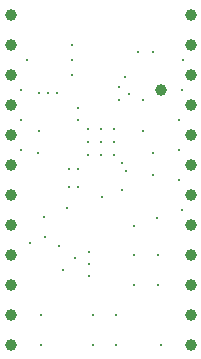
<source format=gbr>
%TF.GenerationSoftware,KiCad,Pcbnew,5.1.5+dfsg1-2~bpo10+1*%
%TF.CreationDate,Date%
%TF.ProjectId,ProMicro_LIPO,50726f4d-6963-4726-9f5f-4c49504f2e6b,v1.6*%
%TF.SameCoordinates,Original*%
%TF.FileFunction,Plated,1,2,PTH,Drill*%
%TF.FilePolarity,Positive*%
%FSLAX46Y46*%
G04 Gerber Fmt 4.6, Leading zero omitted, Abs format (unit mm)*
G04 Created by KiCad*
%MOMM*%
%LPD*%
G04 APERTURE LIST*
%TA.AperFunction,ViaDrill*%
%ADD10C,0.200000*%
%TD*%
%TA.AperFunction,ComponentDrill*%
%ADD11C,0.200000*%
%TD*%
%TA.AperFunction,ViaDrill*%
%ADD12C,0.300000*%
%TD*%
%TA.AperFunction,ComponentDrill*%
%ADD13C,1.000000*%
%TD*%
G04 APERTURE END LIST*
D10*
X889000Y21590000D03*
X889000Y19050000D03*
X889000Y16510000D03*
X1397000Y24130000D03*
X1641228Y8626230D03*
X2349500Y16192500D03*
X2413000Y21336000D03*
X2413000Y18097500D03*
X2540000Y2540000D03*
X2540000Y0D03*
X2857500Y10795000D03*
X2921000Y9144000D03*
X3175000Y21336000D03*
X3937000Y21336000D03*
X4064000Y8382000D03*
X4445000Y6350000D03*
X4762500Y11557000D03*
X4953000Y14859000D03*
X4953000Y13335000D03*
X5207000Y25400000D03*
X5207000Y24130000D03*
X5207000Y22860000D03*
X5461000Y7366000D03*
X5699873Y14843873D03*
X5715000Y20066000D03*
X5715000Y19050000D03*
X5715000Y13335000D03*
X6604000Y6858000D03*
X6614160Y7874000D03*
X6619240Y5842000D03*
X6985000Y2540000D03*
X6985000Y0D03*
X7747000Y12509500D03*
X8890000Y2540000D03*
X8890000Y0D03*
X9144000Y21844000D03*
X9144000Y20701000D03*
X9398000Y15367000D03*
X9398000Y13081000D03*
X9695000Y22690000D03*
X9779000Y14732000D03*
X10414000Y7620000D03*
X10414000Y5080000D03*
X10477500Y10007500D03*
X10795000Y24765000D03*
X11176000Y20701000D03*
X12065000Y24765000D03*
X12065000Y14351000D03*
X12382500Y10731500D03*
X12446000Y7620000D03*
X12446000Y5080000D03*
X12700000Y0D03*
X14224000Y19050000D03*
X14224000Y16510000D03*
X14224000Y13970000D03*
X14478000Y21590000D03*
X14478000Y11430000D03*
X14605000Y24130000D03*
D11*
%TO.C,U2*%
X6520000Y18245000D03*
X6520000Y17145000D03*
X6520000Y16045000D03*
X7620000Y18245000D03*
X7620000Y17145000D03*
X7620000Y16045000D03*
X8720000Y18245000D03*
X8720000Y17145000D03*
X8720000Y16045000D03*
%TD*%
D12*
X10033000Y21209000D03*
X11239500Y18097500D03*
X12065000Y16192500D03*
D13*
%TO.C,TP1*%
X12700000Y21590000D03*
%TO.C,A1*%
X0Y27940000D03*
X0Y25400000D03*
X0Y22860000D03*
X0Y20320000D03*
X0Y17780000D03*
X0Y15240000D03*
X0Y12700000D03*
X0Y10160000D03*
X0Y7620000D03*
X0Y5080000D03*
X0Y2540000D03*
X0Y0D03*
X15240000Y27940000D03*
X15240000Y25400000D03*
X15240000Y22860000D03*
X15240000Y20320000D03*
X15240000Y17780000D03*
X15240000Y15240000D03*
X15240000Y12700000D03*
X15240000Y10160000D03*
X15240000Y7620000D03*
X15240000Y5080000D03*
X15240000Y2540000D03*
X15240000Y0D03*
M02*

</source>
